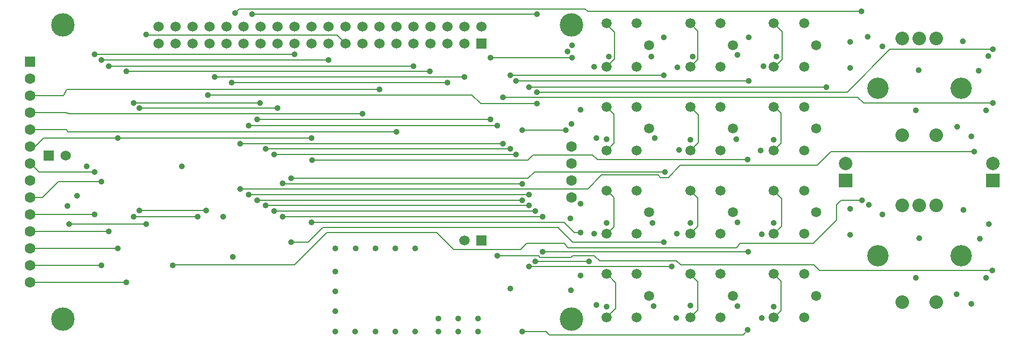
<source format=gtl>
G04 #@! TF.FileFunction,Copper,L1,Top,Signal*
%FSLAX46Y46*%
G04 Gerber Fmt 4.6, Leading zero omitted, Abs format (unit mm)*
G04 Created by KiCad (PCBNEW 4.0.7) date 06/30/18 16:48:14*
%MOMM*%
%LPD*%
G01*
G04 APERTURE LIST*
%ADD10C,0.100000*%
%ADD11R,2.000000X2.000000*%
%ADD12C,2.000000*%
%ADD13C,3.500000*%
%ADD14R,1.600000X1.600000*%
%ADD15C,1.600000*%
%ADD16C,1.524000*%
%ADD17R,1.524000X1.524000*%
%ADD18C,3.200000*%
%ADD19C,2.032000*%
%ADD20C,1.500000*%
%ADD21C,0.914400*%
%ADD22C,0.203200*%
G04 APERTURE END LIST*
D10*
D11*
X124000000Y23700000D03*
D12*
X124000000Y26240000D03*
D11*
X146000000Y23700000D03*
D12*
X146000000Y26240000D03*
D13*
X6920000Y47000000D03*
X83000000Y47000000D03*
X83000000Y3000000D03*
X6920000Y3000000D03*
D14*
X2000000Y41510000D03*
D15*
X2000000Y38970000D03*
X2000000Y36430000D03*
X2000000Y33890000D03*
X2000000Y31350000D03*
X2000000Y28810000D03*
X2000000Y26270000D03*
X2000000Y23730000D03*
X2000000Y21190000D03*
X2000000Y18650000D03*
X2000000Y16110000D03*
X2000000Y13570000D03*
X2000000Y11030000D03*
X2000000Y8490000D03*
X83000000Y28810000D03*
X83000000Y26270000D03*
X83000000Y23730000D03*
X83000000Y21190000D03*
D16*
X69500000Y46790000D03*
D17*
X69500000Y44250000D03*
D16*
X66960000Y46790000D03*
X66960000Y44250000D03*
X64420000Y46790000D03*
X64420000Y44250000D03*
X61880000Y46790000D03*
X61880000Y44250000D03*
X59340000Y46790000D03*
X59340000Y44250000D03*
X56800000Y46790000D03*
X56800000Y44250000D03*
X54260000Y46790000D03*
X54260000Y44250000D03*
X51720000Y46790000D03*
X51720000Y44250000D03*
X49180000Y46790000D03*
X49180000Y44250000D03*
X46640000Y46790000D03*
X46640000Y44250000D03*
X44100000Y46790000D03*
X44100000Y44250000D03*
X41560000Y46790000D03*
X41560000Y44250000D03*
X39020000Y46790000D03*
X39020000Y44250000D03*
X36480000Y46790000D03*
X36480000Y44250000D03*
X33940000Y46790000D03*
X33940000Y44250000D03*
X31400000Y46790000D03*
X31400000Y44250000D03*
X28860000Y46790000D03*
X28860000Y44250000D03*
X26320000Y46790000D03*
X26320000Y44250000D03*
X23780000Y46790000D03*
X23780000Y44250000D03*
X21240000Y46790000D03*
X21240000Y44250000D03*
X7390000Y27500000D03*
D17*
X4850000Y27500000D03*
D16*
X66960000Y14800000D03*
D17*
X69500000Y14800000D03*
D18*
X128750000Y37500000D03*
X141250000Y37500000D03*
D19*
X137540000Y45000000D03*
X135000000Y45000000D03*
X132460000Y45000000D03*
X132460000Y30500000D03*
X137540000Y30500000D03*
D18*
X128750000Y12500000D03*
X141250000Y12500000D03*
D19*
X137540000Y20000000D03*
X135000000Y20000000D03*
X132460000Y20000000D03*
X132460000Y5500000D03*
X137540000Y5500000D03*
D20*
X88250000Y40750000D03*
X88250000Y47250000D03*
X92750000Y40750000D03*
X92750000Y47250000D03*
X94600000Y44000000D03*
X100750000Y40750000D03*
X100750000Y47250000D03*
X105250000Y40750000D03*
X105250000Y47250000D03*
X107100000Y44000000D03*
X113250000Y40750000D03*
X113250000Y47250000D03*
X117750000Y40750000D03*
X117750000Y47250000D03*
X119600000Y44000000D03*
X88250000Y28250000D03*
X88250000Y34750000D03*
X92750000Y28250000D03*
X92750000Y34750000D03*
X94600000Y31500000D03*
X100750000Y28250000D03*
X100750000Y34750000D03*
X105250000Y28250000D03*
X105250000Y34750000D03*
X107100000Y31500000D03*
X113250000Y28250000D03*
X113250000Y34750000D03*
X117750000Y28250000D03*
X117750000Y34750000D03*
X119600000Y31500000D03*
X88250000Y15750000D03*
X88250000Y22250000D03*
X92750000Y15750000D03*
X92750000Y22250000D03*
X94600000Y19000000D03*
X100750000Y15750000D03*
X100750000Y22250000D03*
X105250000Y15750000D03*
X105250000Y22250000D03*
X107100000Y19000000D03*
X113250000Y15750000D03*
X113250000Y22250000D03*
X117750000Y15750000D03*
X117750000Y22250000D03*
X119600000Y19000000D03*
X88250000Y3250000D03*
X88250000Y9750000D03*
X92750000Y3250000D03*
X92750000Y9750000D03*
X94600000Y6500000D03*
X100750000Y3250000D03*
X100750000Y9750000D03*
X105250000Y3250000D03*
X105250000Y9750000D03*
X107100000Y6500000D03*
X113250000Y3250000D03*
X113250000Y9750000D03*
X117750000Y3250000D03*
X117750000Y9750000D03*
X119600000Y6500000D03*
D21*
X98800000Y40650000D03*
X73850000Y7550000D03*
X30950000Y18300000D03*
X24700000Y25850000D03*
X56650000Y1150000D03*
X53650000Y1150000D03*
X50650000Y1150000D03*
X47650000Y10150000D03*
X47650000Y7150000D03*
X47650000Y4150000D03*
X50750000Y13550000D03*
X53650000Y13550000D03*
X56650000Y13550000D03*
X47650000Y13550000D03*
X59650000Y1150000D03*
X47650000Y1150000D03*
X59650000Y13550000D03*
X10550000Y25850000D03*
X111400000Y3200000D03*
X98650000Y3200000D03*
X86750000Y5100000D03*
X84350000Y9550000D03*
X111400000Y15700000D03*
X98700000Y15750000D03*
X84300000Y20300000D03*
X86400000Y15750000D03*
X111250000Y28200000D03*
X99050000Y28350000D03*
X84350000Y34350000D03*
X86700000Y30050000D03*
X145000000Y9150000D03*
X140550000Y6750000D03*
X124600000Y15600000D03*
X129450000Y18700000D03*
X144000000Y15000000D03*
X141600000Y19350000D03*
X145000000Y34200000D03*
X140650000Y31800000D03*
X143850000Y40150000D03*
X141450000Y44600000D03*
X124600000Y40550000D03*
X129450000Y43800000D03*
X111650000Y40850000D03*
X109450000Y45200000D03*
X96800000Y45200000D03*
X83100000Y44000000D03*
X86350000Y40750000D03*
X12750000Y11050000D03*
X46650000Y41750000D03*
X12750000Y41750000D03*
X12750000Y23550000D03*
X11700000Y18650000D03*
X11700000Y25000000D03*
X11700000Y42600000D03*
X41550000Y42600000D03*
X15150000Y30050000D03*
X15150000Y13600000D03*
X44100000Y30050000D03*
X56800000Y31050000D03*
X51700000Y33700000D03*
X54250000Y37400000D03*
X69050000Y3050000D03*
X66050000Y1100000D03*
X63050000Y3050000D03*
X69050000Y1100000D03*
X63050000Y1100000D03*
X66050000Y3050000D03*
X32350000Y12350000D03*
X9050000Y21450000D03*
X7600000Y19900000D03*
X113250000Y4900000D03*
X107800000Y4950000D03*
X100750000Y5000000D03*
X95250000Y4950000D03*
X88250000Y4900000D03*
X82900000Y7300000D03*
X113250000Y17350000D03*
X107800000Y17500000D03*
X100750000Y17400000D03*
X95100000Y17400000D03*
X82850000Y18100000D03*
X88250000Y17400000D03*
X113250000Y29850000D03*
X107650000Y29950000D03*
X95450000Y30100000D03*
X100800000Y29850000D03*
X83000000Y32200000D03*
X88250000Y29900000D03*
X142750000Y5300000D03*
X134500000Y9150000D03*
X127400000Y20100000D03*
X124600000Y19500000D03*
X134950000Y15100000D03*
X145400000Y17250000D03*
X142750000Y30350000D03*
X134450000Y34200000D03*
X145300000Y42350000D03*
X127300000Y45250000D03*
X124600000Y44450000D03*
X134900000Y40250000D03*
X113600000Y42300000D03*
X107750000Y42500000D03*
X101100000Y42300000D03*
X88600000Y42300000D03*
X94900000Y42300000D03*
X82350000Y43050000D03*
X66950000Y39250000D03*
X29650000Y39250000D03*
X64400000Y38350000D03*
X32200000Y38350000D03*
X36450000Y35350000D03*
X17500000Y35350000D03*
X17500000Y18300000D03*
X27100000Y18300000D03*
X35200000Y48600000D03*
X77800000Y48600000D03*
X77800000Y36950000D03*
X146000000Y43350000D03*
X32650000Y48800000D03*
X126350000Y49050000D03*
X77850000Y35250000D03*
X28600000Y36550000D03*
X126450000Y20800000D03*
X23350000Y11050000D03*
X109350000Y26850000D03*
X44200000Y26800000D03*
X96950000Y25050000D03*
X41100000Y24100000D03*
X82150000Y31250000D03*
X75650000Y31250000D03*
X75650000Y23250000D03*
X39800000Y23300000D03*
X38550000Y27650000D03*
X74700000Y27650000D03*
X109450000Y38650000D03*
X74700000Y38650000D03*
X96800000Y39500000D03*
X73800000Y39500000D03*
X73800000Y28500000D03*
X37300000Y28500000D03*
X83100000Y42100000D03*
X70850000Y42100000D03*
X70850000Y32850000D03*
X36000000Y32850000D03*
X34750000Y31950000D03*
X71900000Y31950000D03*
X71850000Y12450000D03*
X145850000Y10300000D03*
X145950000Y35300000D03*
X72750000Y36200000D03*
X72750000Y29250000D03*
X33450000Y29250000D03*
X96750000Y14500000D03*
X41100000Y14550000D03*
X84300000Y15950000D03*
X44150000Y17500000D03*
X59350000Y40850000D03*
X13800000Y40850000D03*
X13800000Y16100000D03*
X61850000Y40050000D03*
X16400000Y40050000D03*
X16400000Y8500000D03*
X121100000Y37750000D03*
X76600000Y37750000D03*
X76600000Y21650000D03*
X34750000Y21650000D03*
X143150000Y28100000D03*
X33450000Y22450000D03*
X109350000Y1350000D03*
X75650000Y1100000D03*
X75650000Y20800000D03*
X36000000Y20800000D03*
X97950000Y10850000D03*
X76600000Y10850000D03*
X76600000Y20000000D03*
X37300000Y20000000D03*
X85600000Y11650000D03*
X77550000Y11650000D03*
X77550000Y19200000D03*
X38550000Y19200000D03*
X109400000Y13050000D03*
X78700000Y13050000D03*
X78700000Y18350000D03*
X39800000Y18350000D03*
X39000000Y34550000D03*
X18350000Y34550000D03*
X18350000Y19250000D03*
X28400000Y19250000D03*
X19400000Y45550000D03*
X19400000Y17250000D03*
X7900000Y17250000D03*
D22*
X2000000Y11030000D02*
X12730000Y11030000D01*
X12730000Y11030000D02*
X12750000Y11050000D01*
X2000000Y21190000D02*
X3940000Y21190000D01*
X12750000Y41750000D02*
X46650000Y41750000D01*
X6300000Y23550000D02*
X12750000Y23550000D01*
X3940000Y21190000D02*
X6300000Y23550000D01*
X2000000Y18650000D02*
X11700000Y18650000D01*
X2000000Y26270000D02*
X2130000Y26270000D01*
X2130000Y26270000D02*
X3400000Y25000000D01*
X3400000Y25000000D02*
X11700000Y25000000D01*
X11700000Y42600000D02*
X41550000Y42600000D01*
X2000000Y13570000D02*
X15120000Y13570000D01*
X15120000Y13570000D02*
X15150000Y13600000D01*
X2000000Y28810000D02*
X2810000Y28810000D01*
X4050000Y30050000D02*
X15150000Y30050000D01*
X15150000Y30050000D02*
X44100000Y30050000D01*
X2810000Y28810000D02*
X4050000Y30050000D01*
X56800000Y31050000D02*
X7750000Y31050000D01*
X7450000Y31350000D02*
X2000000Y31350000D01*
X7750000Y31050000D02*
X7450000Y31350000D01*
X51700000Y33700000D02*
X7900000Y33700000D01*
X7340000Y33890000D02*
X2000000Y33890000D01*
X7900000Y33700000D02*
X7340000Y33890000D01*
X51660000Y33740000D02*
X51700000Y33700000D01*
X54250000Y37400000D02*
X7550000Y37400000D01*
X7030000Y36430000D02*
X2000000Y36430000D01*
X7550000Y37400000D02*
X7030000Y36430000D01*
X54230000Y37380000D02*
X54250000Y37400000D01*
X29650000Y39250000D02*
X66950000Y39250000D01*
X32200000Y38350000D02*
X64400000Y38350000D01*
X17500000Y35350000D02*
X36450000Y35350000D01*
X27100000Y18300000D02*
X17500000Y18300000D01*
X35200000Y48600000D02*
X77800000Y48600000D01*
X77800000Y36950000D02*
X123450000Y36950000D01*
X123450000Y36950000D02*
X124200000Y36950000D01*
X124200000Y36950000D02*
X130600000Y43350000D01*
X130600000Y43350000D02*
X146000000Y43350000D01*
X33250000Y49400000D02*
X32650000Y48800000D01*
X85050000Y49400000D02*
X33250000Y49400000D01*
X85400000Y49050000D02*
X85050000Y49400000D01*
X126350000Y49050000D02*
X85400000Y49050000D01*
X69400000Y35250000D02*
X77850000Y35250000D01*
X68100000Y36550000D02*
X69400000Y35250000D01*
X28600000Y36550000D02*
X68100000Y36550000D01*
X123300000Y20800000D02*
X126450000Y20800000D01*
X122600000Y20100000D02*
X123300000Y20800000D01*
X122600000Y17850000D02*
X122600000Y20100000D01*
X119100000Y14350000D02*
X122600000Y17850000D01*
X108250000Y14350000D02*
X119100000Y14350000D01*
X107600000Y13700000D02*
X108250000Y14350000D01*
X82500000Y13700000D02*
X107600000Y13700000D01*
X81850000Y14350000D02*
X82500000Y13700000D01*
X76300000Y14350000D02*
X81850000Y14350000D01*
X75350000Y13400000D02*
X76300000Y14350000D01*
X65350000Y13400000D02*
X75350000Y13400000D01*
X62800000Y15950000D02*
X65350000Y13400000D01*
X46400000Y15950000D02*
X62800000Y15950000D01*
X41550000Y11100000D02*
X46400000Y15950000D01*
X23400000Y11100000D02*
X41550000Y11100000D01*
X23350000Y11050000D02*
X23400000Y11100000D01*
X86850000Y26850000D02*
X109350000Y26850000D01*
X86150000Y27550000D02*
X86850000Y26850000D01*
X77250000Y27550000D02*
X86150000Y27550000D01*
X76500000Y26800000D02*
X77250000Y27550000D01*
X44200000Y26800000D02*
X76500000Y26800000D01*
X77450000Y25050000D02*
X96950000Y25050000D01*
X76500000Y24100000D02*
X77450000Y25050000D01*
X41100000Y24100000D02*
X76500000Y24100000D01*
X75650000Y31250000D02*
X82150000Y31250000D01*
X39850000Y23250000D02*
X75650000Y23250000D01*
X39800000Y23300000D02*
X39850000Y23250000D01*
X38550000Y27650000D02*
X74700000Y27650000D01*
X74700000Y38650000D02*
X109450000Y38650000D01*
X73800000Y39500000D02*
X96800000Y39500000D01*
X37300000Y28500000D02*
X73800000Y28500000D01*
X70850000Y42100000D02*
X83100000Y42100000D01*
X36000000Y32850000D02*
X70850000Y32850000D01*
X127350000Y10300000D02*
X120050000Y10300000D01*
X34750000Y31950000D02*
X71900000Y31950000D01*
X127350000Y10300000D02*
X145850000Y10300000D01*
X78050000Y12450000D02*
X71850000Y12450000D01*
X78250000Y12250000D02*
X78050000Y12450000D01*
X82800000Y12250000D02*
X78250000Y12250000D01*
X83200000Y12500000D02*
X82800000Y12250000D01*
X86400000Y12500000D02*
X83200000Y12500000D01*
X87200000Y11750000D02*
X86400000Y12500000D01*
X98650000Y11750000D02*
X87200000Y11750000D01*
X99300000Y11100000D02*
X98650000Y11750000D01*
X119250000Y11100000D02*
X99300000Y11100000D01*
X120050000Y10300000D02*
X119250000Y11100000D01*
X126700000Y35300000D02*
X145950000Y35300000D01*
X125700000Y36200000D02*
X126700000Y35300000D01*
X72750000Y36200000D02*
X125700000Y36200000D01*
X33450000Y29250000D02*
X72750000Y29250000D01*
X83150000Y14500000D02*
X96750000Y14500000D01*
X80950000Y16700000D02*
X83150000Y14500000D01*
X45800000Y16700000D02*
X80950000Y16700000D01*
X43650000Y14550000D02*
X45800000Y16700000D01*
X41100000Y14550000D02*
X43650000Y14550000D01*
X83400000Y15950000D02*
X84300000Y15950000D01*
X81850000Y17500000D02*
X83400000Y15950000D01*
X79350000Y17500000D02*
X81850000Y17500000D01*
X44150000Y17500000D02*
X79350000Y17500000D01*
X2000000Y16110000D02*
X13790000Y16110000D01*
X13800000Y40850000D02*
X59350000Y40850000D01*
X13790000Y16110000D02*
X13800000Y16100000D01*
X2000000Y8490000D02*
X16390000Y8490000D01*
X16400000Y40050000D02*
X61850000Y40050000D01*
X16390000Y8490000D02*
X16400000Y8500000D01*
X76600000Y37750000D02*
X121100000Y37750000D01*
X34750000Y21650000D02*
X76600000Y21650000D01*
X121800000Y28100000D02*
X143150000Y28100000D01*
X119700000Y26000000D02*
X121800000Y28100000D01*
X99250000Y26000000D02*
X119700000Y26000000D01*
X97450000Y24200000D02*
X99250000Y26000000D01*
X96300000Y24200000D02*
X97450000Y24200000D01*
X95950000Y24550000D02*
X96300000Y24200000D01*
X87500000Y24550000D02*
X95950000Y24550000D01*
X85400000Y22450000D02*
X87500000Y24550000D01*
X80050000Y22450000D02*
X85400000Y22450000D01*
X33450000Y22450000D02*
X80050000Y22450000D01*
X108600000Y600000D02*
X109350000Y1350000D01*
X79700000Y600000D02*
X108600000Y600000D01*
X79200000Y1100000D02*
X79700000Y600000D01*
X75650000Y1100000D02*
X79200000Y1100000D01*
X36000000Y20800000D02*
X75650000Y20800000D01*
X76600000Y10850000D02*
X97950000Y10850000D01*
X37300000Y20000000D02*
X76600000Y20000000D01*
X77550000Y11650000D02*
X85600000Y11650000D01*
X38550000Y19200000D02*
X77550000Y19200000D01*
X78700000Y13050000D02*
X109400000Y13050000D01*
X39800000Y18350000D02*
X78700000Y18350000D01*
X18350000Y34550000D02*
X39000000Y34550000D01*
X28400000Y19250000D02*
X18350000Y19250000D01*
X47930000Y45500000D02*
X49180000Y44250000D01*
X19450000Y45500000D02*
X47930000Y45500000D01*
X19400000Y45550000D02*
X19450000Y45500000D01*
X7900000Y17250000D02*
X19400000Y17250000D01*
X88250000Y47250000D02*
X88250000Y47150000D01*
X88250000Y47150000D02*
X89450000Y45950000D01*
X89450000Y45950000D02*
X89450000Y41950000D01*
X89450000Y41950000D02*
X88250000Y40750000D01*
X100750000Y47250000D02*
X101900000Y46100000D01*
X101900000Y41850000D02*
X100800000Y40750000D01*
X101900000Y46100000D02*
X101900000Y41850000D01*
X100800000Y40750000D02*
X100750000Y40750000D01*
X113250000Y40750000D02*
X113400000Y40750000D01*
X113400000Y40750000D02*
X114500000Y41850000D01*
X114500000Y46000000D02*
X113250000Y47250000D01*
X114500000Y41850000D02*
X114500000Y46000000D01*
X88250000Y28250000D02*
X88300000Y28250000D01*
X88300000Y28250000D02*
X89350000Y29300000D01*
X89350000Y33650000D02*
X88250000Y34750000D01*
X89350000Y29300000D02*
X89350000Y33650000D01*
X100750000Y28250000D02*
X101950000Y29450000D01*
X101950000Y33550000D02*
X100750000Y34750000D01*
X101950000Y29450000D02*
X101950000Y33550000D01*
X113250000Y34750000D02*
X113350000Y34750000D01*
X113350000Y34750000D02*
X114300000Y33800000D01*
X114300000Y33800000D02*
X114300000Y29300000D01*
X114300000Y29300000D02*
X113250000Y28250000D01*
X88250000Y22250000D02*
X89300000Y21200000D01*
X89300000Y16800000D02*
X88250000Y15750000D01*
X89300000Y21200000D02*
X89300000Y16800000D01*
X100750000Y22250000D02*
X101900000Y21100000D01*
X101900000Y16900000D02*
X100750000Y15750000D01*
X101900000Y21100000D02*
X101900000Y16900000D01*
X113250000Y22250000D02*
X113250000Y22200000D01*
X113250000Y22200000D02*
X114400000Y21050000D01*
X114400000Y21050000D02*
X114400000Y16900000D01*
X114400000Y16900000D02*
X113250000Y15750000D01*
X88250000Y9750000D02*
X88300000Y9750000D01*
X88300000Y9750000D02*
X89600000Y8450000D01*
X89600000Y8450000D02*
X89600000Y4600000D01*
X89600000Y4600000D02*
X88250000Y3250000D01*
X100750000Y9750000D02*
X100750000Y9700000D01*
X100750000Y9700000D02*
X101850000Y8600000D01*
X101850000Y8600000D02*
X101850000Y4350000D01*
X101850000Y4350000D02*
X100750000Y3250000D01*
X113250000Y9750000D02*
X114350000Y8650000D01*
X114300000Y4300000D02*
X113250000Y3250000D01*
X114300000Y4850000D02*
X114300000Y4300000D01*
X114350000Y4900000D02*
X114300000Y4850000D01*
X114350000Y8650000D02*
X114350000Y4900000D01*
M02*

</source>
